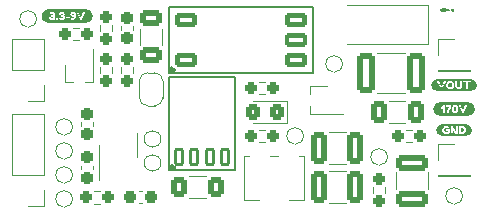
<source format=gto>
G04 #@! TF.GenerationSoftware,KiCad,Pcbnew,6.0.9-8da3e8f707~116~ubuntu22.04.1*
G04 #@! TF.CreationDate,2022-11-27T05:06:29+05:30*
G04 #@! TF.ProjectId,meshy-tron,6d657368-792d-4747-926f-6e2e6b696361,rev?*
G04 #@! TF.SameCoordinates,Original*
G04 #@! TF.FileFunction,Legend,Top*
G04 #@! TF.FilePolarity,Positive*
%FSLAX46Y46*%
G04 Gerber Fmt 4.6, Leading zero omitted, Abs format (unit mm)*
G04 Created by KiCad (PCBNEW 6.0.9-8da3e8f707~116~ubuntu22.04.1) date 2022-11-27 05:06:29*
%MOMM*%
%LPD*%
G01*
G04 APERTURE LIST*
G04 Aperture macros list*
%AMRoundRect*
0 Rectangle with rounded corners*
0 $1 Rounding radius*
0 $2 $3 $4 $5 $6 $7 $8 $9 X,Y pos of 4 corners*
0 Add a 4 corners polygon primitive as box body*
4,1,4,$2,$3,$4,$5,$6,$7,$8,$9,$2,$3,0*
0 Add four circle primitives for the rounded corners*
1,1,$1+$1,$2,$3*
1,1,$1+$1,$4,$5*
1,1,$1+$1,$6,$7*
1,1,$1+$1,$8,$9*
0 Add four rect primitives between the rounded corners*
20,1,$1+$1,$2,$3,$4,$5,0*
20,1,$1+$1,$4,$5,$6,$7,0*
20,1,$1+$1,$6,$7,$8,$9,0*
20,1,$1+$1,$8,$9,$2,$3,0*%
%AMFreePoly0*
4,1,17,-1.500000,1.875000,-1.080000,1.875000,-1.080000,2.925000,-0.230000,2.925000,-0.230000,1.875000,0.230000,1.875000,0.230000,2.925000,1.080000,2.925000,1.080000,1.875000,1.500000,1.875000,1.500000,2.925000,2.350000,2.925000,2.350000,-1.875000,-2.350000,-1.875000,-2.350000,2.925000,-1.500000,2.925000,-1.500000,1.875000,-1.500000,1.875000,$1*%
%AMFreePoly1*
4,1,20,0.000000,0.744959,0.073905,0.744508,0.209726,0.703889,0.328688,0.626782,0.421226,0.519385,0.479903,0.390333,0.500000,0.250000,0.500000,-0.250000,0.499851,-0.262216,0.476331,-0.402017,0.414519,-0.529596,0.319384,-0.634700,0.198574,-0.708877,0.061801,-0.746166,0.000000,-0.745033,0.000000,-0.750000,-0.500000,-0.750000,-0.500000,0.750000,0.000000,0.750000,0.000000,0.744959,
0.000000,0.744959,$1*%
%AMFreePoly2*
4,1,22,0.500000,-0.750000,0.000000,-0.750000,0.000000,-0.745033,-0.079941,-0.743568,-0.215256,-0.701293,-0.333266,-0.622738,-0.424486,-0.514219,-0.481581,-0.384460,-0.499164,-0.250000,-0.500000,-0.250000,-0.500000,0.250000,-0.499164,0.250000,-0.499963,0.256109,-0.478152,0.396186,-0.417904,0.524511,-0.324060,0.630769,-0.204165,0.706417,-0.067858,0.745374,0.000000,0.744959,0.000000,0.750000,
0.500000,0.750000,0.500000,-0.750000,0.500000,-0.750000,$1*%
G04 Aperture macros list end*
%ADD10C,0.200000*%
%ADD11C,0.120000*%
%ADD12C,0.354000*%
%ADD13R,1.700000X1.700000*%
%ADD14RoundRect,0.237500X-0.237500X0.300000X-0.237500X-0.300000X0.237500X-0.300000X0.237500X0.300000X0*%
%ADD15O,1.700000X1.700000*%
%ADD16RoundRect,0.237500X0.237500X-0.250000X0.237500X0.250000X-0.237500X0.250000X-0.237500X-0.250000X0*%
%ADD17RoundRect,0.191667X0.758333X-0.383333X0.758333X0.383333X-0.758333X0.383333X-0.758333X-0.383333X0*%
%ADD18RoundRect,0.200000X0.750000X-0.400000X0.750000X0.400000X-0.750000X0.400000X-0.750000X-0.400000X0*%
%ADD19RoundRect,0.237500X0.237500X-0.300000X0.237500X0.300000X-0.237500X0.300000X-0.237500X-0.300000X0*%
%ADD20FreePoly0,0.000000*%
%ADD21RoundRect,0.127500X-0.297500X-0.597500X0.297500X-0.597500X0.297500X0.597500X-0.297500X0.597500X0*%
%ADD22R,0.450000X1.450000*%
%ADD23C,1.000000*%
%ADD24R,1.300000X1.600000*%
%ADD25R,2.000000X1.600000*%
%ADD26RoundRect,0.237500X0.250000X0.237500X-0.250000X0.237500X-0.250000X-0.237500X0.250000X-0.237500X0*%
%ADD27RoundRect,0.237500X-0.237500X0.250000X-0.237500X-0.250000X0.237500X-0.250000X0.237500X0.250000X0*%
%ADD28RoundRect,0.250000X1.075000X-0.400000X1.075000X0.400000X-1.075000X0.400000X-1.075000X-0.400000X0*%
%ADD29RoundRect,0.250000X-0.400000X-1.075000X0.400000X-1.075000X0.400000X1.075000X-0.400000X1.075000X0*%
%ADD30RoundRect,0.250000X0.400000X0.625000X-0.400000X0.625000X-0.400000X-0.625000X0.400000X-0.625000X0*%
%ADD31RoundRect,0.237500X-0.250000X-0.237500X0.250000X-0.237500X0.250000X0.237500X-0.250000X0.237500X0*%
%ADD32R,1.500000X0.450000*%
%ADD33R,0.450000X1.500000*%
%ADD34FreePoly1,90.000000*%
%ADD35FreePoly2,90.000000*%
%ADD36RoundRect,0.250000X0.325000X0.450000X-0.325000X0.450000X-0.325000X-0.450000X0.325000X-0.450000X0*%
%ADD37R,3.500000X1.800000*%
%ADD38RoundRect,0.250000X0.412500X0.650000X-0.412500X0.650000X-0.412500X-0.650000X0.412500X-0.650000X0*%
%ADD39RoundRect,0.250000X0.537500X1.450000X-0.537500X1.450000X-0.537500X-1.450000X0.537500X-1.450000X0*%
%ADD40RoundRect,0.237500X-0.300000X-0.237500X0.300000X-0.237500X0.300000X0.237500X-0.300000X0.237500X0*%
%ADD41RoundRect,0.250000X-0.650000X0.412500X-0.650000X-0.412500X0.650000X-0.412500X0.650000X0.412500X0*%
G04 APERTURE END LIST*
D10*
X144888857Y-30480000D02*
X144937238Y-30431619D01*
X144985619Y-30480000D01*
X144937238Y-30528380D01*
X144888857Y-30480000D01*
X144985619Y-30480000D01*
X144598571Y-30480000D02*
X144018000Y-30528380D01*
X143969619Y-30480000D01*
X144018000Y-30431619D01*
X144598571Y-30480000D01*
X143969619Y-30480000D01*
G36*
X113920970Y-30431259D02*
G01*
X113975277Y-30439314D01*
X114028532Y-30452654D01*
X114080223Y-30471149D01*
X114129852Y-30494622D01*
X114176942Y-30522847D01*
X114221038Y-30555551D01*
X114261717Y-30592420D01*
X114298585Y-30633098D01*
X114331289Y-30677195D01*
X114359514Y-30724284D01*
X114382987Y-30773913D01*
X114401482Y-30825605D01*
X114414822Y-30878860D01*
X114422877Y-30933166D01*
X114425571Y-30988000D01*
X114422877Y-31042834D01*
X114414822Y-31097140D01*
X114401482Y-31150395D01*
X114382987Y-31202087D01*
X114359514Y-31251716D01*
X114331289Y-31298805D01*
X114298585Y-31342902D01*
X114261717Y-31383580D01*
X114221038Y-31420449D01*
X114176942Y-31453153D01*
X114129852Y-31481378D01*
X114080223Y-31504851D01*
X114028532Y-31523346D01*
X113975277Y-31536686D01*
X113920970Y-31544741D01*
X113866136Y-31547435D01*
X110669864Y-31547435D01*
X110615030Y-31544741D01*
X110560723Y-31536686D01*
X110507468Y-31523346D01*
X110455777Y-31504851D01*
X110406148Y-31481378D01*
X110359058Y-31453153D01*
X110314962Y-31420449D01*
X110274283Y-31383580D01*
X110237415Y-31342902D01*
X110204711Y-31298805D01*
X110176486Y-31251716D01*
X110153013Y-31202087D01*
X110134518Y-31150395D01*
X110129151Y-31128970D01*
X110749239Y-31128970D01*
X110759716Y-31180405D01*
X110761621Y-31189930D01*
X110772099Y-31214695D01*
X110795673Y-31252557D01*
X110822581Y-31282323D01*
X110877615Y-31319364D01*
X110941115Y-31341589D01*
X111013081Y-31348998D01*
X111085577Y-31341642D01*
X111149395Y-31319576D01*
X111204534Y-31282799D01*
X111232617Y-31250890D01*
X111328359Y-31250890D01*
X111346932Y-31319470D01*
X111375269Y-31333043D01*
X111423132Y-31337568D01*
X111469924Y-31330662D01*
X111495046Y-31309945D01*
X111505047Y-31283751D01*
X111506476Y-31249938D01*
X111506476Y-31246128D01*
X111490284Y-31179453D01*
X111459447Y-31164451D01*
X111410750Y-31159450D01*
X111363958Y-31166594D01*
X111338836Y-31188025D01*
X111329787Y-31213743D01*
X111328359Y-31247080D01*
X111328359Y-31250890D01*
X111232617Y-31250890D01*
X111246867Y-31234698D01*
X111272267Y-31178659D01*
X111278843Y-31128970D01*
X111554101Y-31128970D01*
X111564579Y-31180405D01*
X111566484Y-31189930D01*
X111576961Y-31214695D01*
X111600536Y-31252557D01*
X111627444Y-31282323D01*
X111682477Y-31319364D01*
X111745977Y-31341589D01*
X111817944Y-31348998D01*
X111890440Y-31341642D01*
X111954257Y-31319576D01*
X112009396Y-31282799D01*
X112051730Y-31234698D01*
X112077130Y-31178659D01*
X112083831Y-31128018D01*
X112133221Y-31128018D01*
X112137984Y-31171833D01*
X112159177Y-31196121D01*
X112201801Y-31204218D01*
X112428496Y-31204218D01*
X112476121Y-31195645D01*
X112492790Y-31172309D01*
X112498029Y-31128970D01*
X112492314Y-31085155D01*
X112471835Y-31061581D01*
X112429449Y-31053723D01*
X112202754Y-31053723D01*
X112157034Y-31062295D01*
X112138936Y-31085155D01*
X112133221Y-31128018D01*
X112083831Y-31128018D01*
X112085596Y-31114683D01*
X112077738Y-31066105D01*
X112054164Y-31023243D01*
X112024160Y-30992286D01*
X111996061Y-30971808D01*
X111996061Y-30965140D01*
X112037336Y-30935242D01*
X112062101Y-30895078D01*
X112069031Y-30852745D01*
X112545654Y-30852745D01*
X112553115Y-30903069D01*
X112575499Y-30949900D01*
X112612805Y-30993239D01*
X112660483Y-31027899D01*
X112713982Y-31048695D01*
X112773301Y-31055628D01*
X112844739Y-31039435D01*
X112839976Y-31052770D01*
X112821164Y-31086108D01*
X112787589Y-31123255D01*
X112730915Y-31155640D01*
X112655191Y-31168975D01*
X112599946Y-31174690D01*
X112572800Y-31199931D01*
X112563751Y-31252795D01*
X112570419Y-31301134D01*
X112590421Y-31328043D01*
X112641856Y-31337568D01*
X112647571Y-31337568D01*
X112715808Y-31332691D01*
X112778026Y-31318060D01*
X112834223Y-31293676D01*
X112884401Y-31259539D01*
X112928559Y-31215648D01*
X112965592Y-31164479D01*
X112994396Y-31108510D01*
X113014970Y-31047741D01*
X113027314Y-30982171D01*
X113031429Y-30911800D01*
X113024444Y-30833113D01*
X113003489Y-30764692D01*
X112970566Y-30709870D01*
X113069529Y-30709870D01*
X113083816Y-30755590D01*
X113346706Y-31288990D01*
X113378615Y-31322804D01*
X113423859Y-31335663D01*
X113433384Y-31335663D01*
X113477675Y-31322804D01*
X113509584Y-31288990D01*
X113772474Y-30755590D01*
X113786761Y-30709870D01*
X113772712Y-30677961D01*
X113730564Y-30648910D01*
X113674366Y-30632717D01*
X113632456Y-30658435D01*
X113619121Y-30687010D01*
X113428621Y-31104205D01*
X113418263Y-31082178D01*
X113394807Y-31031339D01*
X113363851Y-30964068D01*
X113330990Y-30892750D01*
X113298248Y-30821432D01*
X113267649Y-30754161D01*
X113243717Y-30701774D01*
X113230977Y-30675104D01*
X113215261Y-30649862D01*
X113199069Y-30636527D01*
X113173827Y-30632717D01*
X113125726Y-30648910D01*
X113083578Y-30677961D01*
X113069529Y-30709870D01*
X112970566Y-30709870D01*
X112968564Y-30706536D01*
X112919775Y-30662351D01*
X112857227Y-30635840D01*
X112780921Y-30627002D01*
X112718797Y-30634199D01*
X112663235Y-30655789D01*
X112614234Y-30691772D01*
X112576134Y-30738445D01*
X112553274Y-30792102D01*
X112545654Y-30852745D01*
X112069031Y-30852745D01*
X112070356Y-30844649D01*
X112062842Y-30790938D01*
X112040300Y-30740932D01*
X112002729Y-30694630D01*
X111952140Y-30657588D01*
X111890545Y-30635363D01*
X111817944Y-30627955D01*
X111770676Y-30631289D01*
X111727932Y-30641290D01*
X111665067Y-30670817D01*
X111625539Y-30708441D01*
X111604584Y-30738445D01*
X111582676Y-30803215D01*
X111594582Y-30837267D01*
X111630301Y-30867032D01*
X111682689Y-30884177D01*
X111718884Y-30872271D01*
X111745554Y-30836552D01*
X111751269Y-30825122D01*
X111776034Y-30802262D01*
X111829850Y-30790832D01*
X111882714Y-30808930D01*
X111901764Y-30847030D01*
X111883666Y-30874891D01*
X111829374Y-30884177D01*
X111779844Y-30888940D01*
X111753412Y-30914896D01*
X111744601Y-30967997D01*
X111751031Y-31016813D01*
X111770319Y-31041340D01*
X111795084Y-31050865D01*
X111838422Y-31052770D01*
X111893667Y-31072296D01*
X111917004Y-31117540D01*
X111893191Y-31163736D01*
X111862711Y-31179095D01*
X111818896Y-31184215D01*
X111778891Y-31178500D01*
X111726504Y-31132780D01*
X111697929Y-31083250D01*
X111647446Y-31073725D01*
X111577437Y-31087536D01*
X111554101Y-31128970D01*
X111278843Y-31128970D01*
X111280734Y-31114683D01*
X111272876Y-31066105D01*
X111249301Y-31023243D01*
X111219297Y-30992286D01*
X111191199Y-30971808D01*
X111191199Y-30965140D01*
X111232474Y-30935242D01*
X111257239Y-30895078D01*
X111265494Y-30844649D01*
X111257980Y-30790938D01*
X111235437Y-30740932D01*
X111197866Y-30694630D01*
X111147278Y-30657588D01*
X111085683Y-30635363D01*
X111013081Y-30627955D01*
X110965813Y-30631289D01*
X110923070Y-30641290D01*
X110860205Y-30670817D01*
X110820676Y-30708441D01*
X110799721Y-30738445D01*
X110777814Y-30803215D01*
X110789720Y-30837267D01*
X110825439Y-30867032D01*
X110877826Y-30884177D01*
X110914021Y-30872271D01*
X110940691Y-30836552D01*
X110946406Y-30825122D01*
X110971171Y-30802262D01*
X111024987Y-30790832D01*
X111077851Y-30808930D01*
X111096901Y-30847030D01*
X111078804Y-30874891D01*
X111024511Y-30884177D01*
X110974981Y-30888940D01*
X110948549Y-30914896D01*
X110939739Y-30967997D01*
X110946168Y-31016813D01*
X110965456Y-31041340D01*
X110990221Y-31050865D01*
X111033560Y-31052770D01*
X111088805Y-31072296D01*
X111112141Y-31117540D01*
X111088329Y-31163736D01*
X111057849Y-31179095D01*
X111014034Y-31184215D01*
X110974029Y-31178500D01*
X110921641Y-31132780D01*
X110893066Y-31083250D01*
X110842584Y-31073725D01*
X110772575Y-31087536D01*
X110749239Y-31128970D01*
X110129151Y-31128970D01*
X110121178Y-31097140D01*
X110113123Y-31042834D01*
X110110429Y-30988000D01*
X110113123Y-30933166D01*
X110121178Y-30878860D01*
X110134518Y-30825605D01*
X110153013Y-30773913D01*
X110176486Y-30724284D01*
X110204711Y-30677195D01*
X110237415Y-30633098D01*
X110274283Y-30592420D01*
X110314962Y-30555551D01*
X110359058Y-30522847D01*
X110406148Y-30494622D01*
X110455777Y-30471149D01*
X110507468Y-30452654D01*
X110560723Y-30439314D01*
X110615030Y-30431259D01*
X110669864Y-30428565D01*
X113866136Y-30428565D01*
X113920970Y-30431259D01*
G37*
G36*
X112845691Y-30805120D02*
G01*
X112855692Y-30826551D01*
X112858074Y-30854174D01*
X112838547Y-30889416D01*
X112781874Y-30907037D01*
X112728057Y-30887987D01*
X112711389Y-30847030D01*
X112729724Y-30799167D01*
X112784731Y-30783212D01*
X112845691Y-30805120D01*
G37*
G36*
X146277395Y-38305259D02*
G01*
X146331702Y-38313314D01*
X146384957Y-38326654D01*
X146436648Y-38345149D01*
X146486277Y-38368622D01*
X146533367Y-38396847D01*
X146577463Y-38429551D01*
X146618142Y-38466420D01*
X146655010Y-38507098D01*
X146687714Y-38551195D01*
X146715939Y-38598284D01*
X146739412Y-38647913D01*
X146757907Y-38699605D01*
X146771247Y-38752860D01*
X146779302Y-38807166D01*
X146781996Y-38862000D01*
X146779302Y-38916834D01*
X146771247Y-38971140D01*
X146757907Y-39024395D01*
X146739412Y-39076087D01*
X146715939Y-39125716D01*
X146687714Y-39172805D01*
X146655010Y-39216902D01*
X146618142Y-39257580D01*
X146577463Y-39294449D01*
X146533367Y-39327153D01*
X146486277Y-39355378D01*
X146436648Y-39378851D01*
X146384957Y-39397346D01*
X146331702Y-39410686D01*
X146277395Y-39418741D01*
X146222561Y-39421435D01*
X143845439Y-39421435D01*
X143790605Y-39418741D01*
X143736298Y-39410686D01*
X143683043Y-39397346D01*
X143631352Y-39378851D01*
X143581723Y-39355378D01*
X143534633Y-39327153D01*
X143490537Y-39294449D01*
X143449858Y-39257580D01*
X143412990Y-39216902D01*
X143380286Y-39172805D01*
X143352061Y-39125716D01*
X143328588Y-39076087D01*
X143310093Y-39024395D01*
X143296753Y-38971140D01*
X143288698Y-38916834D01*
X143286004Y-38862000D01*
X143288698Y-38807166D01*
X143296753Y-38752860D01*
X143301386Y-38734365D01*
X143924814Y-38734365D01*
X143954818Y-38793420D01*
X144012444Y-38826757D01*
X144079119Y-38797230D01*
X144091501Y-38785800D01*
X144091501Y-39125843D01*
X144092930Y-39160609D01*
X144101979Y-39186803D01*
X144127458Y-39205376D01*
X144175321Y-39211568D01*
X144224375Y-39205138D01*
X144249616Y-39185850D01*
X144258665Y-39160609D01*
X144260094Y-39127748D01*
X144260094Y-38597205D01*
X144260004Y-38596252D01*
X144312481Y-38596252D01*
X144318196Y-38643877D01*
X144341056Y-38671500D01*
X144396301Y-38681025D01*
X144613471Y-38681025D01*
X144592516Y-38724364D01*
X144569418Y-38758416D01*
X144542034Y-38798659D01*
X144512506Y-38844022D01*
X144482979Y-38893433D01*
X144455594Y-38948320D01*
X144432496Y-39010114D01*
X144416780Y-39074527D01*
X144411541Y-39137273D01*
X144412970Y-39169181D01*
X144422019Y-39190613D01*
X144447260Y-39205853D01*
X144495361Y-39209663D01*
X144543463Y-39205853D01*
X144568704Y-39191089D01*
X144578229Y-39170134D01*
X144580134Y-39139178D01*
X144585373Y-39094410D01*
X144601089Y-39042975D01*
X144627283Y-38984873D01*
X144663954Y-38920103D01*
X144699077Y-38864143D01*
X144701024Y-38861047D01*
X144856359Y-38861047D01*
X144859428Y-38927828D01*
X144868635Y-38989741D01*
X144883981Y-39046785D01*
X144904579Y-39094648D01*
X144930178Y-39135368D01*
X144963753Y-39169538D01*
X145008283Y-39197756D01*
X145061980Y-39216687D01*
X145123059Y-39222998D01*
X145183900Y-39216806D01*
X145236883Y-39198233D01*
X145280578Y-39170134D01*
X145313559Y-39135368D01*
X145346063Y-39080420D01*
X145369280Y-39016543D01*
X145383210Y-38943736D01*
X145387854Y-38862000D01*
X145384679Y-38799029D01*
X145375154Y-38738387D01*
X145359279Y-38680072D01*
X145339395Y-38631971D01*
X145314035Y-38590537D01*
X145306778Y-38582917D01*
X145425954Y-38582917D01*
X145440241Y-38628637D01*
X145703131Y-39162038D01*
X145735040Y-39195851D01*
X145780284Y-39208710D01*
X145789809Y-39208710D01*
X145834100Y-39195851D01*
X145866009Y-39162038D01*
X146128899Y-38628637D01*
X146143186Y-38582917D01*
X146129137Y-38551009D01*
X146086989Y-38521957D01*
X146030791Y-38505765D01*
X145988881Y-38531482D01*
X145975546Y-38560057D01*
X145785046Y-38977253D01*
X145774688Y-38955226D01*
X145751233Y-38904386D01*
X145720276Y-38837116D01*
X145687415Y-38765797D01*
X145654673Y-38694479D01*
X145624074Y-38627209D01*
X145600142Y-38574821D01*
X145587403Y-38548151D01*
X145571686Y-38522910D01*
X145555494Y-38509575D01*
X145530253Y-38505765D01*
X145482151Y-38521957D01*
X145440003Y-38551009D01*
X145425954Y-38582917D01*
X145306778Y-38582917D01*
X145280698Y-38555533D01*
X145236883Y-38526720D01*
X145183662Y-38507432D01*
X145122106Y-38501002D01*
X145060313Y-38507551D01*
X145006378Y-38527196D01*
X144961967Y-38556486D01*
X144928749Y-38591966D01*
X144902436Y-38637805D01*
X144878743Y-38698170D01*
X144866307Y-38746324D01*
X144858846Y-38800617D01*
X144856359Y-38861047D01*
X144701024Y-38861047D01*
X144733963Y-38808660D01*
X144766228Y-38753058D01*
X144793494Y-38696741D01*
X144812068Y-38644711D01*
X144818259Y-38601967D01*
X144812544Y-38548627D01*
X144787303Y-38521481D01*
X144734439Y-38512432D01*
X144391539Y-38512432D01*
X144336294Y-38523862D01*
X144318196Y-38548627D01*
X144312481Y-38596252D01*
X144260004Y-38596252D01*
X144255331Y-38546722D01*
X144241996Y-38526244D01*
X144217231Y-38515290D01*
X144171988Y-38510527D01*
X144118171Y-38535292D01*
X144115314Y-38537197D01*
X143959104Y-38678167D01*
X143924814Y-38734365D01*
X143301386Y-38734365D01*
X143310093Y-38699605D01*
X143328588Y-38647913D01*
X143352061Y-38598284D01*
X143380286Y-38551195D01*
X143412990Y-38507098D01*
X143449858Y-38466420D01*
X143490537Y-38429551D01*
X143534633Y-38396847D01*
X143581723Y-38368622D01*
X143631352Y-38345149D01*
X143683043Y-38326654D01*
X143736298Y-38313314D01*
X143790605Y-38305259D01*
X143845439Y-38302565D01*
X146222561Y-38302565D01*
X146277395Y-38305259D01*
G37*
G36*
X145164612Y-38681561D02*
G01*
X145194973Y-38717458D01*
X145213189Y-38777287D01*
X145219261Y-38861047D01*
X145219261Y-38866763D01*
X145213130Y-38948439D01*
X145194734Y-39006780D01*
X145164076Y-39041784D01*
X145121154Y-39053453D01*
X145079065Y-39041457D01*
X145049002Y-39005470D01*
X145030964Y-38945493D01*
X145024951Y-38861524D01*
X145031023Y-38777555D01*
X145049240Y-38717577D01*
X145079601Y-38681591D01*
X145122106Y-38669595D01*
X145164612Y-38681561D01*
G37*
D11*
X143704000Y-41850000D02*
X145034000Y-41850000D01*
X143704000Y-44450000D02*
X146364000Y-44450000D01*
X143704000Y-44510000D02*
X146364000Y-44510000D01*
X146364000Y-44450000D02*
X146364000Y-44510000D01*
X143704000Y-44450000D02*
X143704000Y-44510000D01*
X143704000Y-43180000D02*
X143704000Y-41850000D01*
X143704000Y-34290000D02*
X143704000Y-32960000D01*
X143704000Y-35560000D02*
X143704000Y-35620000D01*
X146364000Y-35560000D02*
X146364000Y-35620000D01*
X143704000Y-35620000D02*
X146364000Y-35620000D01*
X143704000Y-35560000D02*
X146364000Y-35560000D01*
X143704000Y-32960000D02*
X145034000Y-32960000D01*
G36*
X146095214Y-40163200D02*
G01*
X146141723Y-40170098D01*
X146187331Y-40181523D01*
X146231600Y-40197362D01*
X146274103Y-40217465D01*
X146314432Y-40241637D01*
X146352196Y-40269645D01*
X146387034Y-40301220D01*
X146418609Y-40336057D01*
X146446617Y-40373822D01*
X146470789Y-40414150D01*
X146490891Y-40456653D01*
X146506731Y-40500922D01*
X146518155Y-40546531D01*
X146525054Y-40593039D01*
X146527361Y-40640000D01*
X146525054Y-40686961D01*
X146518155Y-40733469D01*
X146506731Y-40779078D01*
X146490891Y-40823347D01*
X146470789Y-40865850D01*
X146446617Y-40906178D01*
X146418609Y-40943943D01*
X146387034Y-40978780D01*
X146352196Y-41010355D01*
X146314432Y-41038363D01*
X146274103Y-41062535D01*
X146231600Y-41082638D01*
X146187331Y-41098477D01*
X146141723Y-41109902D01*
X146095214Y-41116800D01*
X146048254Y-41119108D01*
X144019746Y-41119108D01*
X143972786Y-41116800D01*
X143926277Y-41109902D01*
X143880669Y-41098477D01*
X143836400Y-41082638D01*
X143793897Y-41062535D01*
X143753568Y-41038363D01*
X143715804Y-41010355D01*
X143680966Y-40978780D01*
X143649391Y-40943943D01*
X143621383Y-40906178D01*
X143597211Y-40865850D01*
X143577109Y-40823347D01*
X143561269Y-40779078D01*
X143549845Y-40733469D01*
X143542946Y-40686961D01*
X143540639Y-40640000D01*
X143540920Y-40634285D01*
X144039590Y-40634285D01*
X144046138Y-40707241D01*
X144065784Y-40774660D01*
X144098526Y-40836542D01*
X144144365Y-40892889D01*
X144199074Y-40939770D01*
X144258427Y-40973256D01*
X144322423Y-40993348D01*
X144391062Y-41000045D01*
X144466072Y-40994866D01*
X144531080Y-40979328D01*
X144586087Y-40953432D01*
X144631092Y-40917178D01*
X144636339Y-40905748D01*
X144733962Y-40905748D01*
X144735391Y-40939085D01*
X144744440Y-40964803D01*
X144769205Y-40984091D01*
X144816830Y-40990520D01*
X144865884Y-40984091D01*
X144891125Y-40964803D01*
X144900174Y-40940038D01*
X144901602Y-40906700D01*
X144901602Y-40593327D01*
X144928220Y-40628041D01*
X144962986Y-40673761D01*
X145005901Y-40730488D01*
X145056966Y-40798221D01*
X145116180Y-40876961D01*
X145183542Y-40966708D01*
X145207355Y-40984805D01*
X145258790Y-40990520D01*
X145307844Y-40984091D01*
X145333085Y-40964803D01*
X145342134Y-40940038D01*
X145343562Y-40906700D01*
X145343562Y-40904795D01*
X145419762Y-40904795D01*
X145431192Y-40965755D01*
X145456434Y-40983614D01*
X145503582Y-40989568D01*
X145677890Y-40989568D01*
X145748048Y-40983079D01*
X145812788Y-40963612D01*
X145872111Y-40931167D01*
X145926016Y-40885745D01*
X145970814Y-40831244D01*
X146002812Y-40771564D01*
X146022010Y-40706705D01*
X146028410Y-40636666D01*
X146021862Y-40566896D01*
X146002216Y-40502840D01*
X145969474Y-40444499D01*
X145923635Y-40391874D01*
X145869164Y-40348327D01*
X145810526Y-40317222D01*
X145747720Y-40298559D01*
X145680747Y-40292337D01*
X145504535Y-40291385D01*
X145455481Y-40297814D01*
X145430240Y-40317102D01*
X145421191Y-40341867D01*
X145419762Y-40375205D01*
X145419762Y-40904795D01*
X145343562Y-40904795D01*
X145343562Y-40378062D01*
X145337847Y-40329485D01*
X145325941Y-40309482D01*
X145301176Y-40298052D01*
X145257361Y-40293290D01*
X145212117Y-40299005D01*
X145184971Y-40321389D01*
X145175922Y-40374252D01*
X145175922Y-40696198D01*
X145149676Y-40661828D01*
X145116021Y-40617140D01*
X145074957Y-40562133D01*
X145026486Y-40496807D01*
X144970606Y-40421163D01*
X144907317Y-40335200D01*
X144885410Y-40310435D01*
X144862074Y-40298529D01*
X144816830Y-40293290D01*
X144770157Y-40299005D01*
X144743011Y-40321389D01*
X144733962Y-40374252D01*
X144733962Y-40905748D01*
X144636339Y-40905748D01*
X144657762Y-40859075D01*
X144657762Y-40649525D01*
X144648237Y-40596185D01*
X144585372Y-40569515D01*
X144417732Y-40569515D01*
X144372012Y-40578087D01*
X144356296Y-40599042D01*
X144352010Y-40639524D01*
X144355820Y-40679529D01*
X144372012Y-40701913D01*
X144413922Y-40709533D01*
X144489170Y-40709533D01*
X144489170Y-40813355D01*
X144444641Y-40826214D01*
X144394872Y-40830500D01*
X144326292Y-40816093D01*
X144265332Y-40772874D01*
X144233582Y-40731705D01*
X144214532Y-40685032D01*
X144208182Y-40632856D01*
X144222232Y-40558323D01*
X144264380Y-40499506D01*
X144324626Y-40461287D01*
X144392967Y-40448547D01*
X144444402Y-40455096D01*
X144488217Y-40474741D01*
X144546320Y-40500935D01*
X144578467Y-40488314D01*
X144613947Y-40450452D01*
X144635855Y-40396636D01*
X144610137Y-40354250D01*
X144542087Y-40312975D01*
X144471284Y-40288210D01*
X144397730Y-40279955D01*
X144327721Y-40286295D01*
X144262475Y-40305315D01*
X144201991Y-40337016D01*
X144146270Y-40381396D01*
X144099597Y-40435242D01*
X144066260Y-40495339D01*
X144046257Y-40561687D01*
X144039590Y-40634285D01*
X143540920Y-40634285D01*
X143542946Y-40593039D01*
X143549845Y-40546531D01*
X143561269Y-40500922D01*
X143577109Y-40456653D01*
X143597211Y-40414150D01*
X143621383Y-40373822D01*
X143649391Y-40336057D01*
X143680966Y-40301220D01*
X143715804Y-40269645D01*
X143753568Y-40241637D01*
X143793897Y-40217465D01*
X143836400Y-40197362D01*
X143880669Y-40181523D01*
X143926277Y-40170098D01*
X143972786Y-40163200D01*
X144019746Y-40160892D01*
X146048254Y-40160892D01*
X146095214Y-40163200D01*
G37*
G36*
X145747542Y-40473908D02*
G01*
X145806001Y-40512841D01*
X145846363Y-40571063D01*
X145859817Y-40641905D01*
X145846006Y-40712509D01*
X145804572Y-40770016D01*
X145745994Y-40808235D01*
X145680747Y-40820975D01*
X145588355Y-40820975D01*
X145588355Y-40460930D01*
X145679795Y-40460930D01*
X145747542Y-40473908D01*
G37*
G36*
X146522317Y-36354147D02*
G01*
X146568733Y-36361033D01*
X146614251Y-36372434D01*
X146658432Y-36388242D01*
X146700851Y-36408305D01*
X146741099Y-36432429D01*
X146778788Y-36460381D01*
X146813557Y-36491893D01*
X146845069Y-36526662D01*
X146873021Y-36564351D01*
X146897145Y-36604599D01*
X146917208Y-36647018D01*
X146933016Y-36691199D01*
X146944417Y-36736717D01*
X146951303Y-36783133D01*
X146953605Y-36830000D01*
X146951303Y-36876867D01*
X146944417Y-36923283D01*
X146933016Y-36968801D01*
X146917208Y-37012982D01*
X146897145Y-37055401D01*
X146873021Y-37095649D01*
X146845069Y-37133338D01*
X146813557Y-37168107D01*
X146778788Y-37199619D01*
X146741099Y-37227571D01*
X146700851Y-37251695D01*
X146658432Y-37271758D01*
X146614251Y-37287566D01*
X146568733Y-37298967D01*
X146522317Y-37305853D01*
X146475450Y-37308155D01*
X143592550Y-37308155D01*
X143545683Y-37305853D01*
X143499267Y-37298967D01*
X143453749Y-37287566D01*
X143409568Y-37271758D01*
X143367149Y-37251695D01*
X143326901Y-37227571D01*
X143289212Y-37199619D01*
X143254443Y-37168107D01*
X143222931Y-37133338D01*
X143194979Y-37095649D01*
X143170855Y-37055401D01*
X143150792Y-37012982D01*
X143134984Y-36968801D01*
X143123583Y-36923283D01*
X143116697Y-36876867D01*
X143114395Y-36830000D01*
X143116697Y-36783133D01*
X143123583Y-36736717D01*
X143134984Y-36691199D01*
X143150792Y-36647018D01*
X143170855Y-36604599D01*
X143194979Y-36564351D01*
X143204942Y-36550917D01*
X143612394Y-36550917D01*
X143626681Y-36596637D01*
X143889571Y-37130038D01*
X143921480Y-37163851D01*
X143966724Y-37176710D01*
X143976249Y-37176710D01*
X144020540Y-37163851D01*
X144052449Y-37130038D01*
X144197977Y-36834763D01*
X144367726Y-36834763D01*
X144374066Y-36904652D01*
X144393087Y-36969541D01*
X144424787Y-37029430D01*
X144469167Y-37084317D01*
X144522597Y-37130157D01*
X144581443Y-37162899D01*
X144645707Y-37182544D01*
X144715389Y-37189093D01*
X144784921Y-37182455D01*
X144848739Y-37162542D01*
X144906841Y-37129353D01*
X144959229Y-37082889D01*
X145002567Y-37026989D01*
X145033524Y-36965493D01*
X145052097Y-36898401D01*
X145056220Y-36850003D01*
X145120201Y-36850003D01*
X145125023Y-36912153D01*
X145139489Y-36970970D01*
X145163600Y-37026453D01*
X145197354Y-37078603D01*
X145240097Y-37123370D01*
X145294032Y-37158613D01*
X145356897Y-37181473D01*
X145426430Y-37189093D01*
X145496082Y-37181592D01*
X145559304Y-37159089D01*
X145613834Y-37124442D01*
X145657411Y-37080508D01*
X145691582Y-37027644D01*
X145715990Y-36971923D01*
X145730635Y-36913344D01*
X145735516Y-36851908D01*
X145735516Y-36564252D01*
X145733538Y-36547107D01*
X145787904Y-36547107D01*
X145792666Y-36587112D01*
X145811716Y-36609496D01*
X145856484Y-36616640D01*
X146039364Y-36616640D01*
X146039364Y-37094795D01*
X146040792Y-37127656D01*
X146049365Y-37152421D01*
X146074130Y-37171948D01*
X146121279Y-37177663D01*
X146168904Y-37171948D01*
X146194145Y-37152421D01*
X146202717Y-37128133D01*
X146204146Y-37095748D01*
X146204146Y-36616640D01*
X146386074Y-36616640D01*
X146434651Y-36608067D01*
X146450844Y-36587589D01*
X146455606Y-36548060D01*
X146450844Y-36508055D01*
X146431794Y-36485671D01*
X146387026Y-36478527D01*
X145857436Y-36478527D01*
X145808859Y-36487100D01*
X145792666Y-36507579D01*
X145787904Y-36547107D01*
X145733538Y-36547107D01*
X145729801Y-36514722D01*
X145717419Y-36494720D01*
X145692654Y-36483290D01*
X145649315Y-36478527D01*
X145604071Y-36484242D01*
X145576449Y-36505197D01*
X145566924Y-36557585D01*
X145566924Y-36849050D01*
X145558351Y-36912629D01*
X145532634Y-36968113D01*
X145489533Y-37006689D01*
X145428811Y-37019548D01*
X145361184Y-37003355D01*
X145318321Y-36960493D01*
X145296890Y-36906676D01*
X145289746Y-36850003D01*
X145289746Y-36564252D01*
X145278316Y-36504245D01*
X145253551Y-36484242D01*
X145204974Y-36478527D01*
X145156396Y-36484242D01*
X145130679Y-36504245D01*
X145121630Y-36529486D01*
X145120201Y-36563300D01*
X145120201Y-36850003D01*
X145056220Y-36850003D01*
X145058289Y-36825714D01*
X145051800Y-36753294D01*
X145032333Y-36687006D01*
X144999889Y-36626850D01*
X144954466Y-36572825D01*
X144900233Y-36528236D01*
X144841357Y-36496387D01*
X144777837Y-36477277D01*
X144709674Y-36470907D01*
X144644904Y-36477575D01*
X144582039Y-36497577D01*
X144523698Y-36529248D01*
X144472501Y-36570920D01*
X144429639Y-36623188D01*
X144396301Y-36686649D01*
X144374870Y-36758205D01*
X144367726Y-36834763D01*
X144197977Y-36834763D01*
X144315339Y-36596637D01*
X144329626Y-36550917D01*
X144315577Y-36519009D01*
X144273429Y-36489957D01*
X144217231Y-36473765D01*
X144175321Y-36499482D01*
X144161986Y-36528057D01*
X143971486Y-36945253D01*
X143961128Y-36923226D01*
X143937672Y-36872386D01*
X143906716Y-36805116D01*
X143873855Y-36733797D01*
X143841113Y-36662479D01*
X143810514Y-36595209D01*
X143786582Y-36542821D01*
X143773842Y-36516151D01*
X143758126Y-36490910D01*
X143741934Y-36477575D01*
X143716692Y-36473765D01*
X143668591Y-36489957D01*
X143626443Y-36519009D01*
X143612394Y-36550917D01*
X143204942Y-36550917D01*
X143222931Y-36526662D01*
X143254443Y-36491893D01*
X143289212Y-36460381D01*
X143326901Y-36432429D01*
X143367149Y-36408305D01*
X143409568Y-36388242D01*
X143453749Y-36372434D01*
X143499267Y-36361033D01*
X143545683Y-36354147D01*
X143592550Y-36351845D01*
X146475450Y-36351845D01*
X146522317Y-36354147D01*
G37*
G36*
X144776944Y-36652597D02*
G01*
X144834927Y-36691887D01*
X144865355Y-36730622D01*
X144883611Y-36776977D01*
X144889696Y-36830953D01*
X144883664Y-36884822D01*
X144865566Y-36930859D01*
X144835404Y-36969065D01*
X144777777Y-37007641D01*
X144713484Y-37020500D01*
X144649071Y-37007284D01*
X144591087Y-36967636D01*
X144560660Y-36928848D01*
X144542404Y-36882970D01*
X144536319Y-36830000D01*
X144542351Y-36777030D01*
X144560449Y-36731152D01*
X144590611Y-36692364D01*
X144648237Y-36652716D01*
X144712531Y-36639500D01*
X144776944Y-36652597D01*
G37*
X113409000Y-39985733D02*
X113409000Y-40278267D01*
X114429000Y-39985733D02*
X114429000Y-40278267D01*
X110296000Y-39310000D02*
X107636000Y-39310000D01*
X110296000Y-44450000D02*
X110296000Y-39310000D01*
X110296000Y-45720000D02*
X110296000Y-47050000D01*
X107636000Y-44450000D02*
X107636000Y-39310000D01*
X110296000Y-47050000D02*
X108966000Y-47050000D01*
X110296000Y-44450000D02*
X107636000Y-44450000D01*
X107636000Y-35565000D02*
X107636000Y-32965000D01*
X110296000Y-38165000D02*
X108966000Y-38165000D01*
X110296000Y-35565000D02*
X107636000Y-35565000D01*
X110296000Y-35565000D02*
X110296000Y-32965000D01*
X110296000Y-32965000D02*
X107636000Y-32965000D01*
X110296000Y-36835000D02*
X110296000Y-38165000D01*
X116092500Y-32258724D02*
X116092500Y-31749276D01*
X115047500Y-32258724D02*
X115047500Y-31749276D01*
D12*
X121335000Y-35560000D02*
G75*
G03*
X121335000Y-35560000I-177000J0D01*
G01*
D10*
X120904000Y-35814000D02*
X133096000Y-35814000D01*
X133096000Y-35814000D02*
X133096000Y-30226000D01*
X133096000Y-30226000D02*
X120904000Y-30226000D01*
X120904000Y-30226000D02*
X120904000Y-35814000D01*
D11*
X114429000Y-43961267D02*
X114429000Y-43668733D01*
X113409000Y-43961267D02*
X113409000Y-43668733D01*
D12*
X121335000Y-43815000D02*
G75*
G03*
X121335000Y-43815000I-177000J0D01*
G01*
D10*
X120904000Y-36195000D02*
X126492000Y-36195000D01*
X126492000Y-36195000D02*
X126492000Y-44069000D01*
X126492000Y-44069000D02*
X120904000Y-44069000D01*
X120904000Y-44069000D02*
X120904000Y-36195000D01*
D11*
X114966000Y-41910000D02*
X114966000Y-44910000D01*
X118206000Y-40910000D02*
X118206000Y-42910000D01*
X145734000Y-46228000D02*
G75*
G03*
X145734000Y-46228000I-700000J0D01*
G01*
X135574000Y-35052000D02*
G75*
G03*
X135574000Y-35052000I-700000J0D01*
G01*
X109666000Y-31242000D02*
G75*
G03*
X109666000Y-31242000I-700000J0D01*
G01*
X120207000Y-43434000D02*
G75*
G03*
X120207000Y-43434000I-700000J0D01*
G01*
X139384000Y-42926000D02*
G75*
G03*
X139384000Y-42926000I-700000J0D01*
G01*
X120207000Y-41402000D02*
G75*
G03*
X120207000Y-41402000I-700000J0D01*
G01*
X112714000Y-44450000D02*
G75*
G03*
X112714000Y-44450000I-700000J0D01*
G01*
X132272000Y-41148000D02*
G75*
G03*
X132272000Y-41148000I-700000J0D01*
G01*
X112714000Y-42418000D02*
G75*
G03*
X112714000Y-42418000I-700000J0D01*
G01*
X112714000Y-46482000D02*
G75*
G03*
X112714000Y-46482000I-700000J0D01*
G01*
X112714000Y-40386000D02*
G75*
G03*
X112714000Y-40386000I-700000J0D01*
G01*
X131034000Y-46574000D02*
X132314000Y-46574000D01*
X127274000Y-42834000D02*
X127274000Y-46574000D01*
X129434000Y-42834000D02*
X130154000Y-42834000D01*
X131934000Y-42834000D02*
X132314000Y-42834000D01*
X127274000Y-46574000D02*
X128554000Y-46574000D01*
X132314000Y-42834000D02*
X132314000Y-46574000D01*
X127274000Y-42834000D02*
X127654000Y-42834000D01*
X129032724Y-36561500D02*
X128523276Y-36561500D01*
X129032724Y-37606500D02*
X128523276Y-37606500D01*
X138161500Y-45465276D02*
X138161500Y-45974724D01*
X139206500Y-45465276D02*
X139206500Y-45974724D01*
X140123000Y-45681737D02*
X140123000Y-44234263D01*
X142833000Y-45681737D02*
X142833000Y-44234263D01*
X134404263Y-44111000D02*
X135851737Y-44111000D01*
X134404263Y-46821000D02*
X135851737Y-46821000D01*
X129032724Y-40625500D02*
X128523276Y-40625500D01*
X129032724Y-41670500D02*
X128523276Y-41670500D01*
X134404263Y-40809000D02*
X135851737Y-40809000D01*
X134404263Y-43519000D02*
X135851737Y-43519000D01*
X141478724Y-40625500D02*
X140969276Y-40625500D01*
X141478724Y-41670500D02*
X140969276Y-41670500D01*
X124044064Y-44556000D02*
X122589936Y-44556000D01*
X124044064Y-46376000D02*
X122589936Y-46376000D01*
X114553276Y-46877500D02*
X115062724Y-46877500D01*
X114553276Y-45832500D02*
X115062724Y-45832500D01*
X116825500Y-35305276D02*
X116825500Y-35814724D01*
X117870500Y-35305276D02*
X117870500Y-35814724D01*
X112775276Y-33034500D02*
X113284724Y-33034500D01*
X112775276Y-31989500D02*
X113284724Y-31989500D01*
X115047500Y-35305276D02*
X115047500Y-35814724D01*
X116092500Y-35305276D02*
X116092500Y-35814724D01*
X132869000Y-39260000D02*
X135604000Y-39260000D01*
X132869000Y-37600000D02*
X132869000Y-36940000D01*
X132869000Y-39270000D02*
X132869000Y-38600000D01*
X134279000Y-36940000D02*
X132869000Y-36940000D01*
X114444000Y-36549000D02*
X114444000Y-33814000D01*
X112784000Y-36549000D02*
X112124000Y-36549000D01*
X114454000Y-36549000D02*
X113784000Y-36549000D01*
X112124000Y-35139000D02*
X112124000Y-36549000D01*
X120380000Y-36496000D02*
G75*
G03*
X119680000Y-35796000I-700000J0D01*
G01*
X119680000Y-38596000D02*
G75*
G03*
X120380000Y-37896000I1J699999D01*
G01*
X118380000Y-37896000D02*
G75*
G03*
X119080000Y-38596000I699999J-1D01*
G01*
X119080000Y-35796000D02*
G75*
G03*
X118380000Y-36496000I0J-700000D01*
G01*
X119680000Y-38596000D02*
X119080000Y-38596000D01*
X119080000Y-35796000D02*
X119680000Y-35796000D01*
X120380000Y-36496000D02*
X120380000Y-37896000D01*
X118380000Y-37896000D02*
X118380000Y-36496000D01*
X130892000Y-40076000D02*
X130892000Y-38156000D01*
X128032000Y-40076000D02*
X130892000Y-40076000D01*
X130892000Y-38156000D02*
X128032000Y-38156000D01*
X142830000Y-33400000D02*
X135930000Y-33400000D01*
X142830000Y-33400000D02*
X142830000Y-30100000D01*
X142830000Y-30100000D02*
X135930000Y-30100000D01*
X140919252Y-40026000D02*
X139496748Y-40026000D01*
X140919252Y-38206000D02*
X139496748Y-38206000D01*
X140861252Y-37524000D02*
X138538748Y-37524000D01*
X140861252Y-34104000D02*
X138538748Y-34104000D01*
X118344733Y-46865000D02*
X118637267Y-46865000D01*
X118344733Y-45845000D02*
X118637267Y-45845000D01*
X120290000Y-32054748D02*
X120290000Y-33477252D01*
X118470000Y-32054748D02*
X118470000Y-33477252D01*
X116838000Y-31857733D02*
X116838000Y-32150267D01*
X117858000Y-31857733D02*
X117858000Y-32150267D01*
%LPC*%
D10*
G36*
X145923000Y-31623000D02*
G01*
X146177000Y-31750000D01*
X145034000Y-31496000D01*
X144780000Y-32258000D01*
X143510000Y-31623000D01*
X143510000Y-30988000D01*
X144399000Y-31496000D01*
X144653000Y-30861000D01*
X145923000Y-31623000D01*
G37*
X145923000Y-31623000D02*
X146177000Y-31750000D01*
X145034000Y-31496000D01*
X144780000Y-32258000D01*
X143510000Y-31623000D01*
X143510000Y-30988000D01*
X144399000Y-31496000D01*
X144653000Y-30861000D01*
X145923000Y-31623000D01*
D13*
X145034000Y-43180000D03*
X145034000Y-34290000D03*
D14*
X113919000Y-40994500D03*
X113919000Y-39269500D03*
D13*
X108966000Y-45720000D03*
D15*
X108966000Y-43180000D03*
X108966000Y-40640000D03*
X108966000Y-34295000D03*
D13*
X108966000Y-36835000D03*
D16*
X115570000Y-31091500D03*
X115570000Y-32916500D03*
D17*
X131650000Y-33020000D03*
D18*
X131650000Y-31345000D03*
X131650000Y-34695000D03*
X122350000Y-31345000D03*
X122350000Y-34695000D03*
D19*
X113919000Y-42952500D03*
X113919000Y-44677500D03*
D20*
X123698000Y-39654000D03*
D21*
X121773000Y-42954000D03*
X124353000Y-42954000D03*
X123043000Y-42954000D03*
X125623000Y-42954000D03*
D22*
X115611000Y-44110000D03*
X116261000Y-44110000D03*
X116911000Y-44110000D03*
X117561000Y-44110000D03*
X117561000Y-39710000D03*
X116911000Y-39710000D03*
X116261000Y-39710000D03*
X115611000Y-39710000D03*
D23*
X145034000Y-46228000D03*
X134874000Y-35052000D03*
X108966000Y-31242000D03*
X119507000Y-43434000D03*
X138684000Y-42926000D03*
X119507000Y-41402000D03*
X112014000Y-44450000D03*
X131572000Y-41148000D03*
X112014000Y-42418000D03*
X112014000Y-46482000D03*
X112014000Y-40386000D03*
D24*
X128544000Y-43254000D03*
D25*
X129794000Y-46154000D03*
D24*
X131044000Y-43254000D03*
D26*
X127865500Y-37084000D03*
X129690500Y-37084000D03*
D27*
X138684000Y-46632500D03*
X138684000Y-44807500D03*
D28*
X141478000Y-43408000D03*
X141478000Y-46508000D03*
D29*
X136678000Y-45466000D03*
X133578000Y-45466000D03*
D26*
X127865500Y-41148000D03*
X129690500Y-41148000D03*
D29*
X136678000Y-42164000D03*
X133578000Y-42164000D03*
D26*
X140311500Y-41148000D03*
X142136500Y-41148000D03*
D30*
X121767000Y-45466000D03*
X124867000Y-45466000D03*
D31*
X115720500Y-46355000D03*
X113895500Y-46355000D03*
D27*
X117348000Y-36472500D03*
X117348000Y-34647500D03*
D31*
X113942500Y-32512000D03*
X112117500Y-32512000D03*
D27*
X115570000Y-36472500D03*
X115570000Y-34647500D03*
D32*
X132274000Y-38100000D03*
X134934000Y-37450000D03*
X134934000Y-38750000D03*
D33*
X113284000Y-37144000D03*
X112634000Y-34484000D03*
X113934000Y-34484000D03*
D34*
X119380000Y-36546000D03*
D35*
X119380000Y-37846000D03*
D36*
X128007000Y-39116000D03*
X130057000Y-39116000D03*
D37*
X135930000Y-31750000D03*
X140930000Y-31750000D03*
D38*
X138645500Y-39116000D03*
X141770500Y-39116000D03*
D39*
X137562500Y-35814000D03*
X141837500Y-35814000D03*
D40*
X119353500Y-46355000D03*
X117628500Y-46355000D03*
D41*
X119380000Y-34328500D03*
X119380000Y-31203500D03*
D14*
X117348000Y-32866500D03*
X117348000Y-31141500D03*
M02*

</source>
